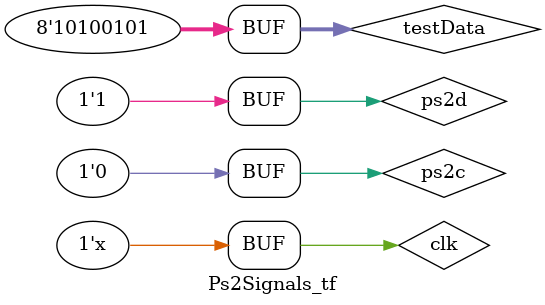
<source format=v>
`timescale 1ns / 1ps


module Ps2Signals_tf;

	// Inputs
	reg clk;
	reg ps2c;
	reg ps2d;

	// Outputs
	wire dataEnable;
	wire [7:0] data;
	wire [7:0] testData;
	assign testData = 8'b1010_0101;

	// Instantiate the Unit Under Test (UUT)
	Ps2Signals uut (
		.clk(clk), 
		.ps2c(ps2c), 
		.ps2d(ps2d), 
		.dataEnable(dataEnable), 
		.data(data)
	);

	initial begin
		// Initialize Inputs
		clk = 0;
		ps2c = 1;
		ps2d = 0;

		// Wait 100 ns for global reset to finish
		
		// Add stimulus here
		#100;
		ps2c = 1;
		#100; //StartBit
		ps2c = 0;
		ps2d = 0;
		
		#100;
		ps2c = 1;
		#100; //0
		ps2c = 0;
		ps2d = testData[0];
		
		#100;
		ps2c = 1;
		#100; //1
		ps2c = 0;
		ps2d = testData[1];

		#100;
		ps2c = 1;
		#100; //2
		ps2c = 0;
		ps2d = testData[2];
		
		#100;
		ps2c = 1;
		#100; //3
		ps2c = 0;
		ps2d = testData[3];
		
		#100;
		ps2c = 1;
		#100; //4
		ps2c = 0;
		ps2d = testData[4];
		
		#100;
		ps2c = 1;
		#100; //5
		ps2c = 0;
		ps2d = testData[5];
		
		#100;
		ps2c = 1;
		#100; //6
		ps2c = 0;
		ps2d = testData[6];
		
		#100;
		ps2c = 1;
		#100; //7
		ps2c = 0;
		ps2d = testData[7];
		
		#100;
		ps2c = 1;
		#100; //parity
		ps2c = 0;
		ps2d = 1;
		
		#100;
		ps2c = 1;
		#100; //StartBit
		ps2c = 0;
		ps2d = 0;
		
		#100;
		ps2c = 1;
		#100; //0
		ps2c = 0;
		ps2d = !testData[0];
		
		#100;
		ps2c = 1;
		#100; //1
		ps2c = 0;
		ps2d = !testData[1];

		#100;
		ps2c = 1;
		#100; //2
		ps2c = 0;
		ps2d = !testData[2];
		
		#100;
		ps2c = 1;
		#100; //3
		ps2c = 0;
		ps2d = !testData[3];
		
		#100;
		ps2c = 1;
		#100; //4
		ps2c = 0;
		ps2d = !testData[4];
		
		#100;
		ps2c = 1;
		#100; //5
		ps2c = 0;
		ps2d = !testData[5];
		
		#100;
		ps2c = 1;
		#100; //6
		ps2c = 0;
		ps2d = !testData[6];
		
		#100;
		ps2c = 1;
		#100; //7
		ps2c = 0;
		ps2d = !testData[7];
		
		#100;
		ps2c = 1;
		#100; //parity
		ps2c = 0;
		ps2d = 1;
		

	end
	
	always
		#5 clk <= !clk;
      
endmodule


</source>
